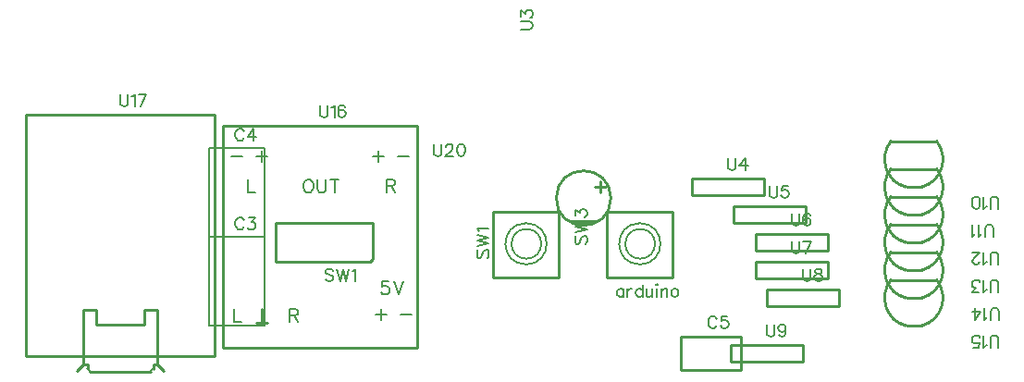
<source format=gto>
G04 ---------------------------- Layer name :TOP SILK LAYER*
G04 EasyEDA v5.7.26, Thu, 04 Oct 2018 12:13:59 GMT*
G04 417ad5cc9c814d239db4c0f318f8aef8*
G04 Gerber Generator version 0.2*
G04 Scale: 100 percent, Rotated: No, Reflected: No *
G04 Dimensions in millimeters *
G04 leading zeros omitted , absolute positions ,3 integer and 3 decimal *
%FSLAX33Y33*%
%MOMM*%
G90*
G71D02*

%ADD25C,0.254000*%
%ADD26C,0.177800*%
%ADD27C,0.127000*%
%ADD28C,0.203200*%

%LPD*%
G54D25*
G01X32766Y11430D02*
G01X32766Y14732D01*
G01X23876Y14732D01*
G01X23876Y11176D01*
G01X32512Y11176D01*
G01X32766Y11430D01*
G54D26*
G01X20320Y13462D02*
G01X22860Y13462D01*
G01X22860Y5334D01*
G01X17780Y5334D01*
G01X17780Y13462D01*
G01X20320Y13462D01*
G01X20320Y21590D02*
G01X22860Y21590D01*
G01X22860Y13462D01*
G01X17780Y13462D01*
G01X17780Y21590D01*
G01X20320Y21590D01*
G54D25*
G01X60962Y4292D02*
G01X66464Y4292D01*
G01X66474Y4292D02*
G01X66474Y1292D01*
G01X66464Y1292D02*
G01X60962Y1292D01*
G01X60962Y1292D02*
G01X60962Y4292D01*
G01X53594Y18542D02*
G01X53594Y17526D01*
G01X54102Y18034D02*
G01X53086Y18034D01*
G01X43784Y9730D02*
G01X43784Y15732D01*
G01X49784Y15732D01*
G01X49784Y9730D01*
G01X43784Y9730D01*
G01X54198Y9732D02*
G01X54198Y15731D01*
G01X60198Y15731D01*
G01X60198Y9732D01*
G01X54198Y9732D01*
G01X61976Y18796D02*
G01X68580Y18796D01*
G01X68580Y17272D01*
G01X61976Y17272D01*
G01X61976Y18796D01*
G01X62230Y18796D01*
G01X65786Y16256D02*
G01X72390Y16256D01*
G01X72390Y14732D01*
G01X65786Y14732D01*
G01X65786Y16256D01*
G01X66040Y16256D01*
G01X67818Y13716D02*
G01X74422Y13716D01*
G01X74422Y12192D01*
G01X67818Y12192D01*
G01X67818Y13716D01*
G01X68072Y13716D01*
G01X67818Y11176D02*
G01X74422Y11176D01*
G01X74422Y9652D01*
G01X67818Y9652D01*
G01X67818Y11176D01*
G01X68072Y11176D01*
G01X68834Y8636D02*
G01X75438Y8636D01*
G01X75438Y7112D01*
G01X68834Y7112D01*
G01X68834Y8636D01*
G01X69088Y8636D01*
G01X65532Y3556D02*
G01X72136Y3556D01*
G01X72136Y2032D01*
G01X65532Y2032D01*
G01X65532Y3556D01*
G01X65786Y3556D01*
G01X84378Y22225D02*
G01X80213Y22225D01*
G01X84378Y19685D02*
G01X80213Y19685D01*
G01X84378Y17145D02*
G01X80213Y17145D01*
G01X84378Y14605D02*
G01X80213Y14605D01*
G01X84378Y12065D02*
G01X80213Y12065D01*
G01X84378Y9525D02*
G01X80213Y9525D01*
G01X22606Y6858D02*
G01X22606Y5588D01*
G01X22098Y5588D02*
G01X23114Y5588D01*
G01X19050Y23622D02*
G01X36830Y23622D01*
G01X36830Y3302D01*
G01X19050Y3302D01*
G01X19050Y23622D01*
G01X19304Y23622D01*
G01X18288Y2540D02*
G01X18288Y24638D01*
G01X1016Y24638D01*
G01X1016Y2540D01*
G01X18288Y2540D01*
G01X6273Y1803D02*
G01X6680Y1803D01*
G01X12674Y1803D02*
G01X13081Y1803D01*
G01X6273Y1803D02*
G01X6273Y2514D01*
G01X6273Y2514D02*
G01X6273Y6807D01*
G01X13081Y6807D02*
G01X13081Y2514D01*
G01X13081Y2514D02*
G01X13081Y1803D01*
G01X6273Y1803D02*
G01X5689Y1219D01*
G01X13081Y1803D02*
G01X13665Y1219D01*
G01X6680Y1803D02*
G01X6680Y1422D01*
G01X6908Y1143D02*
G01X12446Y1143D01*
G01X12674Y1371D02*
G01X12674Y1803D01*
G01X6273Y5207D02*
G01X6273Y6807D01*
G01X6273Y6807D02*
G01X7467Y6807D01*
G01X13081Y6807D02*
G01X11887Y6807D01*
G01X13081Y5207D02*
G01X13081Y6807D01*
G01X6273Y2514D02*
G01X13081Y2514D01*
G01X7467Y6807D02*
G01X7467Y5410D01*
G01X7467Y5410D02*
G01X11887Y5410D01*
G01X11887Y5410D02*
G01X11887Y6807D01*
G54D26*
G01X55740Y8727D02*
G01X55740Y8000D01*
G01X55740Y8572D02*
G01X55638Y8676D01*
G01X55534Y8727D01*
G01X55377Y8727D01*
G01X55272Y8676D01*
G01X55168Y8572D01*
G01X55118Y8417D01*
G01X55118Y8313D01*
G01X55168Y8155D01*
G01X55272Y8051D01*
G01X55377Y8000D01*
G01X55534Y8000D01*
G01X55638Y8051D01*
G01X55740Y8155D01*
G01X56083Y8727D02*
G01X56083Y8000D01*
G01X56083Y8417D02*
G01X56136Y8572D01*
G01X56240Y8676D01*
G01X56344Y8727D01*
G01X56499Y8727D01*
G01X57467Y9093D02*
G01X57467Y8000D01*
G01X57467Y8572D02*
G01X57363Y8676D01*
G01X57259Y8727D01*
G01X57101Y8727D01*
G01X56997Y8676D01*
G01X56896Y8572D01*
G01X56842Y8417D01*
G01X56842Y8313D01*
G01X56896Y8155D01*
G01X56997Y8051D01*
G01X57101Y8000D01*
G01X57259Y8000D01*
G01X57363Y8051D01*
G01X57467Y8155D01*
G01X57810Y8727D02*
G01X57810Y8209D01*
G01X57861Y8051D01*
G01X57965Y8000D01*
G01X58120Y8000D01*
G01X58224Y8051D01*
G01X58381Y8209D01*
G01X58381Y8727D02*
G01X58381Y8000D01*
G01X58724Y9093D02*
G01X58775Y9039D01*
G01X58826Y9093D01*
G01X58775Y9143D01*
G01X58724Y9093D01*
G01X58775Y8727D02*
G01X58775Y8000D01*
G01X59169Y8727D02*
G01X59169Y8000D01*
G01X59169Y8521D02*
G01X59326Y8676D01*
G01X59430Y8727D01*
G01X59585Y8727D01*
G01X59690Y8676D01*
G01X59740Y8521D01*
G01X59740Y8000D01*
G01X60345Y8727D02*
G01X60241Y8676D01*
G01X60137Y8572D01*
G01X60083Y8417D01*
G01X60083Y8313D01*
G01X60137Y8155D01*
G01X60241Y8051D01*
G01X60345Y8000D01*
G01X60500Y8000D01*
G01X60604Y8051D01*
G01X60708Y8155D01*
G01X60759Y8313D01*
G01X60759Y8417D01*
G01X60708Y8572D01*
G01X60604Y8676D01*
G01X60500Y8727D01*
G01X60345Y8727D01*
G01X29174Y10373D02*
G01X29070Y10477D01*
G01X28915Y10528D01*
G01X28707Y10528D01*
G01X28552Y10477D01*
G01X28448Y10373D01*
G01X28448Y10269D01*
G01X28498Y10165D01*
G01X28552Y10114D01*
G01X28656Y10060D01*
G01X28968Y9956D01*
G01X29070Y9906D01*
G01X29123Y9855D01*
G01X29174Y9751D01*
G01X29174Y9593D01*
G01X29070Y9489D01*
G01X28915Y9438D01*
G01X28707Y9438D01*
G01X28552Y9489D01*
G01X28448Y9593D01*
G01X29517Y10528D02*
G01X29778Y9438D01*
G01X30038Y10528D02*
G01X29778Y9438D01*
G01X30038Y10528D02*
G01X30297Y9438D01*
G01X30556Y10528D02*
G01X30297Y9438D01*
G01X30899Y10322D02*
G01X31003Y10373D01*
G01X31160Y10528D01*
G01X31160Y9438D01*
G01X20972Y14968D02*
G01X20919Y15072D01*
G01X20815Y15176D01*
G01X20713Y15227D01*
G01X20505Y15227D01*
G01X20401Y15176D01*
G01X20297Y15072D01*
G01X20243Y14968D01*
G01X20193Y14813D01*
G01X20193Y14554D01*
G01X20243Y14396D01*
G01X20297Y14292D01*
G01X20401Y14188D01*
G01X20505Y14137D01*
G01X20713Y14137D01*
G01X20815Y14188D01*
G01X20919Y14292D01*
G01X20972Y14396D01*
G01X21419Y15227D02*
G01X21991Y15227D01*
G01X21678Y14813D01*
G01X21833Y14813D01*
G01X21937Y14759D01*
G01X21991Y14709D01*
G01X22042Y14554D01*
G01X22042Y14450D01*
G01X21991Y14292D01*
G01X21887Y14188D01*
G01X21729Y14137D01*
G01X21574Y14137D01*
G01X21419Y14188D01*
G01X21366Y14241D01*
G01X21315Y14345D01*
G01X20972Y23096D02*
G01X20919Y23200D01*
G01X20815Y23304D01*
G01X20713Y23355D01*
G01X20505Y23355D01*
G01X20401Y23304D01*
G01X20297Y23200D01*
G01X20243Y23096D01*
G01X20193Y22941D01*
G01X20193Y22682D01*
G01X20243Y22524D01*
G01X20297Y22420D01*
G01X20401Y22316D01*
G01X20505Y22265D01*
G01X20713Y22265D01*
G01X20815Y22316D01*
G01X20919Y22420D01*
G01X20972Y22524D01*
G01X21833Y23355D02*
G01X21315Y22628D01*
G01X22095Y22628D01*
G01X21833Y23355D02*
G01X21833Y22265D01*
G01X64279Y5951D02*
G01X64226Y6055D01*
G01X64122Y6159D01*
G01X64020Y6210D01*
G01X63812Y6210D01*
G01X63708Y6159D01*
G01X63604Y6055D01*
G01X63550Y5951D01*
G01X63500Y5796D01*
G01X63500Y5537D01*
G01X63550Y5379D01*
G01X63604Y5275D01*
G01X63708Y5171D01*
G01X63812Y5120D01*
G01X64020Y5120D01*
G01X64122Y5171D01*
G01X64226Y5275D01*
G01X64279Y5379D01*
G01X65244Y6210D02*
G01X64726Y6210D01*
G01X64673Y5742D01*
G01X64726Y5796D01*
G01X64881Y5847D01*
G01X65036Y5847D01*
G01X65194Y5796D01*
G01X65298Y5692D01*
G01X65349Y5537D01*
G01X65349Y5433D01*
G01X65298Y5275D01*
G01X65194Y5171D01*
G01X65036Y5120D01*
G01X64881Y5120D01*
G01X64726Y5171D01*
G01X64673Y5224D01*
G01X64622Y5328D01*
G01X42464Y12274D02*
G01X42360Y12170D01*
G01X42310Y12015D01*
G01X42310Y11807D01*
G01X42360Y11652D01*
G01X42464Y11548D01*
G01X42569Y11548D01*
G01X42673Y11598D01*
G01X42724Y11652D01*
G01X42777Y11756D01*
G01X42881Y12068D01*
G01X42932Y12170D01*
G01X42983Y12223D01*
G01X43087Y12274D01*
G01X43244Y12274D01*
G01X43348Y12170D01*
G01X43399Y12015D01*
G01X43399Y11807D01*
G01X43348Y11652D01*
G01X43244Y11548D01*
G01X42310Y12617D02*
G01X43399Y12879D01*
G01X42310Y13138D02*
G01X43399Y12879D01*
G01X42310Y13138D02*
G01X43399Y13397D01*
G01X42310Y13656D02*
G01X43399Y13397D01*
G01X42515Y13999D02*
G01X42464Y14103D01*
G01X42310Y14260D01*
G01X43399Y14260D01*
G01X51445Y13553D02*
G01X51341Y13449D01*
G01X51290Y13294D01*
G01X51290Y13086D01*
G01X51341Y12931D01*
G01X51445Y12827D01*
G01X51549Y12827D01*
G01X51653Y12877D01*
G01X51704Y12931D01*
G01X51757Y13035D01*
G01X51861Y13347D01*
G01X51912Y13449D01*
G01X51963Y13502D01*
G01X52067Y13553D01*
G01X52224Y13553D01*
G01X52329Y13449D01*
G01X52379Y13294D01*
G01X52379Y13086D01*
G01X52329Y12931D01*
G01X52224Y12827D01*
G01X51290Y13896D02*
G01X52379Y14157D01*
G01X51290Y14417D02*
G01X52379Y14157D01*
G01X51290Y14417D02*
G01X52379Y14676D01*
G01X51290Y14935D02*
G01X52379Y14676D01*
G01X51290Y15382D02*
G01X51290Y15953D01*
G01X51704Y15643D01*
G01X51704Y15798D01*
G01X51757Y15902D01*
G01X51808Y15953D01*
G01X51963Y16007D01*
G01X52067Y16007D01*
G01X52224Y15953D01*
G01X52329Y15849D01*
G01X52379Y15694D01*
G01X52379Y15539D01*
G01X52329Y15382D01*
G01X52275Y15331D01*
G01X52171Y15278D01*
G01X46328Y32452D02*
G01X47105Y32452D01*
G01X47263Y32503D01*
G01X47367Y32607D01*
G01X47417Y32764D01*
G01X47417Y32868D01*
G01X47367Y33023D01*
G01X47263Y33127D01*
G01X47105Y33178D01*
G01X46328Y33178D01*
G01X46328Y33625D02*
G01X46328Y34197D01*
G01X46742Y33887D01*
G01X46742Y34042D01*
G01X46795Y34146D01*
G01X46846Y34197D01*
G01X47001Y34250D01*
G01X47105Y34250D01*
G01X47263Y34197D01*
G01X47367Y34093D01*
G01X47417Y33938D01*
G01X47417Y33783D01*
G01X47367Y33625D01*
G01X47313Y33574D01*
G01X47209Y33521D01*
G01X65278Y20688D02*
G01X65278Y19911D01*
G01X65328Y19753D01*
G01X65432Y19649D01*
G01X65590Y19598D01*
G01X65694Y19598D01*
G01X65849Y19649D01*
G01X65953Y19753D01*
G01X66004Y19911D01*
G01X66004Y20688D01*
G01X66868Y20688D02*
G01X66347Y19961D01*
G01X67127Y19961D01*
G01X66868Y20688D02*
G01X66868Y19598D01*
G01X69088Y18148D02*
G01X69088Y17371D01*
G01X69138Y17213D01*
G01X69242Y17109D01*
G01X69400Y17058D01*
G01X69504Y17058D01*
G01X69659Y17109D01*
G01X69763Y17213D01*
G01X69814Y17371D01*
G01X69814Y18148D01*
G01X70782Y18148D02*
G01X70261Y18148D01*
G01X70210Y17680D01*
G01X70261Y17734D01*
G01X70418Y17785D01*
G01X70573Y17785D01*
G01X70728Y17734D01*
G01X70832Y17630D01*
G01X70886Y17475D01*
G01X70886Y17371D01*
G01X70832Y17213D01*
G01X70728Y17109D01*
G01X70573Y17058D01*
G01X70418Y17058D01*
G01X70261Y17109D01*
G01X70210Y17162D01*
G01X70157Y17266D01*
G01X71120Y15608D02*
G01X71120Y14831D01*
G01X71170Y14673D01*
G01X71274Y14569D01*
G01X71432Y14518D01*
G01X71536Y14518D01*
G01X71691Y14569D01*
G01X71795Y14673D01*
G01X71846Y14831D01*
G01X71846Y15608D01*
G01X72814Y15453D02*
G01X72760Y15557D01*
G01X72605Y15608D01*
G01X72501Y15608D01*
G01X72346Y15557D01*
G01X72242Y15402D01*
G01X72189Y15140D01*
G01X72189Y14881D01*
G01X72242Y14673D01*
G01X72346Y14569D01*
G01X72501Y14518D01*
G01X72555Y14518D01*
G01X72710Y14569D01*
G01X72814Y14673D01*
G01X72864Y14831D01*
G01X72864Y14881D01*
G01X72814Y15036D01*
G01X72710Y15140D01*
G01X72555Y15194D01*
G01X72501Y15194D01*
G01X72346Y15140D01*
G01X72242Y15036D01*
G01X72189Y14881D01*
G01X71120Y13068D02*
G01X71120Y12291D01*
G01X71170Y12133D01*
G01X71274Y12029D01*
G01X71432Y11978D01*
G01X71536Y11978D01*
G01X71691Y12029D01*
G01X71795Y12133D01*
G01X71846Y12291D01*
G01X71846Y13068D01*
G01X72918Y13068D02*
G01X72397Y11978D01*
G01X72189Y13068D02*
G01X72918Y13068D01*
G01X72136Y10528D02*
G01X72136Y9751D01*
G01X72186Y9593D01*
G01X72290Y9489D01*
G01X72448Y9438D01*
G01X72552Y9438D01*
G01X72707Y9489D01*
G01X72811Y9593D01*
G01X72862Y9751D01*
G01X72862Y10528D01*
G01X73466Y10528D02*
G01X73309Y10477D01*
G01X73258Y10373D01*
G01X73258Y10269D01*
G01X73309Y10165D01*
G01X73413Y10114D01*
G01X73621Y10060D01*
G01X73776Y10010D01*
G01X73880Y9906D01*
G01X73934Y9801D01*
G01X73934Y9646D01*
G01X73880Y9542D01*
G01X73830Y9489D01*
G01X73672Y9438D01*
G01X73466Y9438D01*
G01X73309Y9489D01*
G01X73258Y9542D01*
G01X73205Y9646D01*
G01X73205Y9801D01*
G01X73258Y9906D01*
G01X73362Y10010D01*
G01X73517Y10060D01*
G01X73726Y10114D01*
G01X73830Y10165D01*
G01X73880Y10269D01*
G01X73880Y10373D01*
G01X73830Y10477D01*
G01X73672Y10528D01*
G01X73466Y10528D01*
G01X68834Y5448D02*
G01X68834Y4671D01*
G01X68884Y4513D01*
G01X68988Y4409D01*
G01X69146Y4358D01*
G01X69250Y4358D01*
G01X69405Y4409D01*
G01X69509Y4513D01*
G01X69560Y4671D01*
G01X69560Y5448D01*
G01X70578Y5085D02*
G01X70528Y4930D01*
G01X70424Y4826D01*
G01X70269Y4775D01*
G01X70215Y4775D01*
G01X70060Y4826D01*
G01X69956Y4930D01*
G01X69903Y5085D01*
G01X69903Y5138D01*
G01X69956Y5293D01*
G01X70060Y5397D01*
G01X70215Y5448D01*
G01X70269Y5448D01*
G01X70424Y5397D01*
G01X70528Y5293D01*
G01X70578Y5085D01*
G01X70578Y4826D01*
G01X70528Y4566D01*
G01X70424Y4409D01*
G01X70269Y4358D01*
G01X70164Y4358D01*
G01X70007Y4409D01*
G01X69956Y4513D01*
G01X90030Y16042D02*
G01X90030Y16819D01*
G01X89979Y16977D01*
G01X89875Y17081D01*
G01X89717Y17132D01*
G01X89613Y17132D01*
G01X89458Y17081D01*
G01X89354Y16977D01*
G01X89303Y16819D01*
G01X89303Y16042D01*
G01X88960Y16248D02*
G01X88856Y16197D01*
G01X88699Y16042D01*
G01X88699Y17132D01*
G01X88046Y16042D02*
G01X88201Y16093D01*
G01X88305Y16248D01*
G01X88356Y16510D01*
G01X88356Y16664D01*
G01X88305Y16924D01*
G01X88201Y17081D01*
G01X88046Y17132D01*
G01X87942Y17132D01*
G01X87784Y17081D01*
G01X87680Y16924D01*
G01X87630Y16664D01*
G01X87630Y16510D01*
G01X87680Y16248D01*
G01X87784Y16093D01*
G01X87942Y16042D01*
G01X88046Y16042D01*
G01X89562Y13502D02*
G01X89562Y14279D01*
G01X89512Y14437D01*
G01X89408Y14541D01*
G01X89250Y14592D01*
G01X89146Y14592D01*
G01X88991Y14541D01*
G01X88887Y14437D01*
G01X88836Y14279D01*
G01X88836Y13502D01*
G01X88493Y13708D02*
G01X88389Y13657D01*
G01X88231Y13502D01*
G01X88231Y14592D01*
G01X87889Y13708D02*
G01X87784Y13657D01*
G01X87630Y13502D01*
G01X87630Y14592D01*
G01X90030Y10962D02*
G01X90030Y11739D01*
G01X89979Y11897D01*
G01X89875Y12001D01*
G01X89717Y12052D01*
G01X89613Y12052D01*
G01X89458Y12001D01*
G01X89354Y11897D01*
G01X89303Y11739D01*
G01X89303Y10962D01*
G01X88960Y11168D02*
G01X88856Y11117D01*
G01X88699Y10962D01*
G01X88699Y12052D01*
G01X88305Y11221D02*
G01X88305Y11168D01*
G01X88252Y11064D01*
G01X88201Y11013D01*
G01X88097Y10962D01*
G01X87889Y10962D01*
G01X87784Y11013D01*
G01X87734Y11064D01*
G01X87680Y11168D01*
G01X87680Y11272D01*
G01X87734Y11376D01*
G01X87838Y11534D01*
G01X88356Y12052D01*
G01X87630Y12052D01*
G01X90030Y8422D02*
G01X90030Y9199D01*
G01X89979Y9357D01*
G01X89875Y9461D01*
G01X89717Y9512D01*
G01X89613Y9512D01*
G01X89458Y9461D01*
G01X89354Y9357D01*
G01X89303Y9199D01*
G01X89303Y8422D01*
G01X88960Y8628D02*
G01X88856Y8577D01*
G01X88699Y8422D01*
G01X88699Y9512D01*
G01X88252Y8422D02*
G01X87680Y8422D01*
G01X87993Y8836D01*
G01X87838Y8836D01*
G01X87734Y8890D01*
G01X87680Y8940D01*
G01X87630Y9095D01*
G01X87630Y9199D01*
G01X87680Y9357D01*
G01X87784Y9461D01*
G01X87942Y9512D01*
G01X88097Y9512D01*
G01X88252Y9461D01*
G01X88305Y9408D01*
G01X88356Y9304D01*
G01X90081Y5882D02*
G01X90081Y6659D01*
G01X90030Y6817D01*
G01X89926Y6921D01*
G01X89768Y6972D01*
G01X89664Y6972D01*
G01X89509Y6921D01*
G01X89405Y6817D01*
G01X89354Y6659D01*
G01X89354Y5882D01*
G01X89011Y6088D02*
G01X88907Y6037D01*
G01X88750Y5882D01*
G01X88750Y6972D01*
G01X87889Y5882D02*
G01X88407Y6609D01*
G01X87630Y6609D01*
G01X87889Y5882D02*
G01X87889Y6972D01*
G01X90030Y3342D02*
G01X90030Y4119D01*
G01X89979Y4277D01*
G01X89875Y4381D01*
G01X89717Y4432D01*
G01X89613Y4432D01*
G01X89458Y4381D01*
G01X89354Y4277D01*
G01X89303Y4119D01*
G01X89303Y3342D01*
G01X88960Y3548D02*
G01X88856Y3497D01*
G01X88699Y3342D01*
G01X88699Y4432D01*
G01X87734Y3342D02*
G01X88252Y3342D01*
G01X88305Y3810D01*
G01X88252Y3756D01*
G01X88097Y3705D01*
G01X87942Y3705D01*
G01X87784Y3756D01*
G01X87680Y3860D01*
G01X87630Y4015D01*
G01X87630Y4119D01*
G01X87680Y4277D01*
G01X87784Y4381D01*
G01X87942Y4432D01*
G01X88097Y4432D01*
G01X88252Y4381D01*
G01X88305Y4328D01*
G01X88356Y4224D01*
G01X27940Y25514D02*
G01X27940Y24737D01*
G01X27990Y24579D01*
G01X28094Y24475D01*
G01X28252Y24424D01*
G01X28356Y24424D01*
G01X28511Y24475D01*
G01X28615Y24579D01*
G01X28666Y24737D01*
G01X28666Y25514D01*
G01X29009Y25308D02*
G01X29113Y25359D01*
G01X29270Y25514D01*
G01X29270Y24424D01*
G01X30236Y25359D02*
G01X30185Y25463D01*
G01X30027Y25514D01*
G01X29923Y25514D01*
G01X29768Y25463D01*
G01X29664Y25308D01*
G01X29613Y25046D01*
G01X29613Y24787D01*
G01X29664Y24579D01*
G01X29768Y24475D01*
G01X29923Y24424D01*
G01X29977Y24424D01*
G01X30132Y24475D01*
G01X30236Y24579D01*
G01X30289Y24737D01*
G01X30289Y24787D01*
G01X30236Y24942D01*
G01X30132Y25046D01*
G01X29977Y25100D01*
G01X29923Y25100D01*
G01X29768Y25046D01*
G01X29664Y24942D01*
G01X29613Y24787D01*
G54D28*
G01X26756Y18714D02*
G01X26642Y18658D01*
G01X26530Y18544D01*
G01X26471Y18432D01*
G01X26416Y18260D01*
G01X26416Y17978D01*
G01X26471Y17807D01*
G01X26530Y17693D01*
G01X26642Y17579D01*
G01X26756Y17523D01*
G01X26984Y17523D01*
G01X27096Y17579D01*
G01X27211Y17693D01*
G01X27269Y17807D01*
G01X27325Y17978D01*
G01X27325Y18260D01*
G01X27269Y18432D01*
G01X27211Y18544D01*
G01X27096Y18658D01*
G01X26984Y18714D01*
G01X26756Y18714D01*
G01X27701Y18714D02*
G01X27701Y17863D01*
G01X27757Y17693D01*
G01X27871Y17579D01*
G01X28041Y17523D01*
G01X28155Y17523D01*
G01X28326Y17579D01*
G01X28437Y17693D01*
G01X28496Y17863D01*
G01X28496Y18714D01*
G01X29268Y18714D02*
G01X29268Y17523D01*
G01X28869Y18714D02*
G01X29667Y18714D01*
G01X19812Y20825D02*
G01X20835Y20825D01*
G01X22595Y21335D02*
G01X22595Y20314D01*
G01X22085Y20825D02*
G01X23106Y20825D01*
G01X34208Y9398D02*
G01X33642Y9398D01*
G01X33583Y8887D01*
G01X33642Y8943D01*
G01X33812Y9001D01*
G01X33982Y9001D01*
G01X34152Y8943D01*
G01X34267Y8831D01*
G01X34323Y8661D01*
G01X34323Y8547D01*
G01X34267Y8377D01*
G01X34152Y8262D01*
G01X33982Y8206D01*
G01X33812Y8206D01*
G01X33642Y8262D01*
G01X33583Y8318D01*
G01X33528Y8432D01*
G01X34698Y9398D02*
G01X35153Y8206D01*
G01X35608Y9398D02*
G01X35153Y8206D01*
G01X33276Y21338D02*
G01X33276Y20317D01*
G01X32766Y20828D02*
G01X33789Y20828D01*
G01X35039Y20828D02*
G01X36060Y20828D01*
G01X33530Y6860D02*
G01X33530Y5839D01*
G01X33020Y6350D02*
G01X34043Y6350D01*
G01X20066Y6858D02*
G01X20066Y5666D01*
G01X20066Y5666D02*
G01X20746Y5666D01*
G01X25146Y6858D02*
G01X25146Y5666D01*
G01X25146Y6858D02*
G01X25656Y6858D01*
G01X25826Y6802D01*
G01X25885Y6746D01*
G01X25941Y6631D01*
G01X25941Y6517D01*
G01X25885Y6405D01*
G01X25826Y6347D01*
G01X25656Y6291D01*
G01X25146Y6291D01*
G01X25544Y6291D02*
G01X25941Y5666D01*
G01X35306Y6350D02*
G01X36329Y6350D01*
G01X34036Y18714D02*
G01X34036Y17523D01*
G01X34036Y18714D02*
G01X34546Y18714D01*
G01X34716Y18658D01*
G01X34775Y18602D01*
G01X34831Y18488D01*
G01X34831Y18374D01*
G01X34775Y18260D01*
G01X34716Y18204D01*
G01X34546Y18148D01*
G01X34036Y18148D01*
G01X34434Y18148D02*
G01X34831Y17523D01*
G01X21336Y18714D02*
G01X21336Y17523D01*
G01X21336Y17523D02*
G01X22016Y17523D01*
G54D26*
G01X9652Y26530D02*
G01X9652Y25753D01*
G01X9702Y25595D01*
G01X9806Y25491D01*
G01X9964Y25440D01*
G01X10068Y25440D01*
G01X10223Y25491D01*
G01X10327Y25595D01*
G01X10378Y25753D01*
G01X10378Y26530D01*
G01X10721Y26324D02*
G01X10825Y26375D01*
G01X10982Y26530D01*
G01X10982Y25440D01*
G01X12052Y26530D02*
G01X11531Y25440D01*
G01X11325Y26530D02*
G01X12052Y26530D01*
G01X38354Y21958D02*
G01X38354Y21181D01*
G01X38404Y21023D01*
G01X38508Y20919D01*
G01X38666Y20868D01*
G01X38770Y20868D01*
G01X38925Y20919D01*
G01X39029Y21023D01*
G01X39080Y21181D01*
G01X39080Y21958D01*
G01X39476Y21699D02*
G01X39476Y21752D01*
G01X39527Y21856D01*
G01X39580Y21907D01*
G01X39684Y21958D01*
G01X39890Y21958D01*
G01X39994Y21907D01*
G01X40048Y21856D01*
G01X40098Y21752D01*
G01X40098Y21648D01*
G01X40048Y21544D01*
G01X39944Y21386D01*
G01X39423Y20868D01*
G01X40152Y20868D01*
G01X40805Y21958D02*
G01X40650Y21907D01*
G01X40546Y21752D01*
G01X40495Y21490D01*
G01X40495Y21336D01*
G01X40546Y21076D01*
G01X40650Y20919D01*
G01X40805Y20868D01*
G01X40909Y20868D01*
G01X41066Y20919D01*
G01X41170Y21076D01*
G01X41221Y21336D01*
G01X41221Y21490D01*
G01X41170Y21752D01*
G01X41066Y21907D01*
G01X40909Y21958D01*
G01X40805Y21958D01*
G54D27*
G75*
G01X46825Y14191D02*
G3X46848Y14191I11J-1360D01*
G01*
G75*
G01X46784Y14719D02*
G3X46817Y14719I17J-1887D01*
G01*
G75*
G01X57239Y14191D02*
G3X57262Y14191I11J-1360D01*
G01*
G75*
G01X57198Y14719D02*
G3X57231Y14719I17J-1887D01*
G01*
G54D25*
G75*
G01X84391Y22225D02*
G2X83082Y18026I-2095J-1651D01*
G01*
G75*
G01X81510Y18026D02*
G2X80202Y22225I786J2548D01*
G01*
G75*
G01X82931Y18034D02*
G2X81661Y18034I-635J2857D01*
G01*
G75*
G01X81661Y18034D02*
G2X80391Y18669I635J2857D01*
G01*
G75*
G01X84201Y18669D02*
G2X81661Y18034I-1905J2222D01*
G01*
G75*
G01X84391Y19685D02*
G2X83082Y15486I-2095J-1651D01*
G01*
G75*
G01X81510Y15486D02*
G2X80202Y19685I786J2548D01*
G01*
G75*
G01X82931Y15494D02*
G2X81661Y15494I-635J2857D01*
G01*
G75*
G01X81661Y15494D02*
G2X80391Y16129I635J2857D01*
G01*
G75*
G01X84201Y16129D02*
G2X81661Y15494I-1905J2222D01*
G01*
G75*
G01X84391Y17145D02*
G2X83082Y12946I-2095J-1651D01*
G01*
G75*
G01X81510Y12946D02*
G2X80202Y17145I786J2548D01*
G01*
G75*
G01X82931Y12954D02*
G2X81661Y12954I-635J2857D01*
G01*
G75*
G01X81661Y12954D02*
G2X80391Y13589I635J2857D01*
G01*
G75*
G01X84201Y13589D02*
G2X81661Y12954I-1905J2222D01*
G01*
G75*
G01X84391Y14605D02*
G2X83082Y10406I-2095J-1651D01*
G01*
G75*
G01X81510Y10406D02*
G2X80202Y14605I786J2548D01*
G01*
G75*
G01X82931Y10414D02*
G2X81661Y10414I-635J2857D01*
G01*
G75*
G01X81661Y10414D02*
G2X80391Y11049I635J2857D01*
G01*
G75*
G01X84201Y11049D02*
G2X81661Y10414I-1905J2222D01*
G01*
G75*
G01X84391Y12065D02*
G2X83082Y7866I-2095J-1651D01*
G01*
G75*
G01X81510Y7866D02*
G2X80202Y12065I786J2548D01*
G01*
G75*
G01X82931Y7874D02*
G2X81661Y7874I-635J2857D01*
G01*
G75*
G01X81661Y7874D02*
G2X80391Y8509I635J2857D01*
G01*
G75*
G01X84201Y8509D02*
G2X81661Y7874I-1905J2222D01*
G01*
G75*
G01X84391Y9525D02*
G2X83082Y5326I-2095J-1651D01*
G01*
G75*
G01X81510Y5326D02*
G2X80202Y9525I786J2548D01*
G01*
G75*
G01X82931Y5334D02*
G2X81661Y5334I-635J2857D01*
G01*
G75*
G01X81661Y5334D02*
G2X80391Y5969I635J2857D01*
G01*
G75*
G01X84201Y5969D02*
G2X81661Y5334I-1905J2222D01*
G01*
G75*
G01X6677Y1412D02*
G3X6877Y1162I237J-15D01*
G01*
G75*
G01X12427Y1162D02*
G3X12677Y1362I15J238D01*
G01*
G75*
G01X54569Y17018D02*
G03X54569Y17018I-2499J0D01*
G01*

%LPD*%
G36*
G01X52578Y14478D02*
G01X53594Y14986D01*
G01X50800Y14986D01*
G01X51054Y14732D01*
G01X51562Y14478D01*
G01X52578Y14478D01*
G37*
M00*
M02*

</source>
